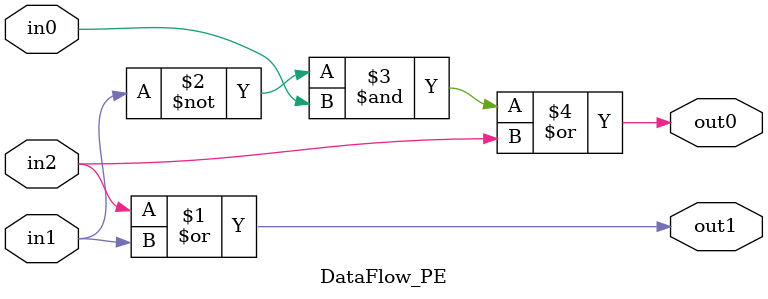
<source format=v>
`timescale 1ns / 1ps
module DataFlow_PE (out1, out0, in2, in1, in0);

	output wire out1, out0;
	input wire in2, in1, in0;
	
	assign out1 = (in2 | in1);
	assign out0 = (((~in1) & in0) | in2);

endmodule

</source>
